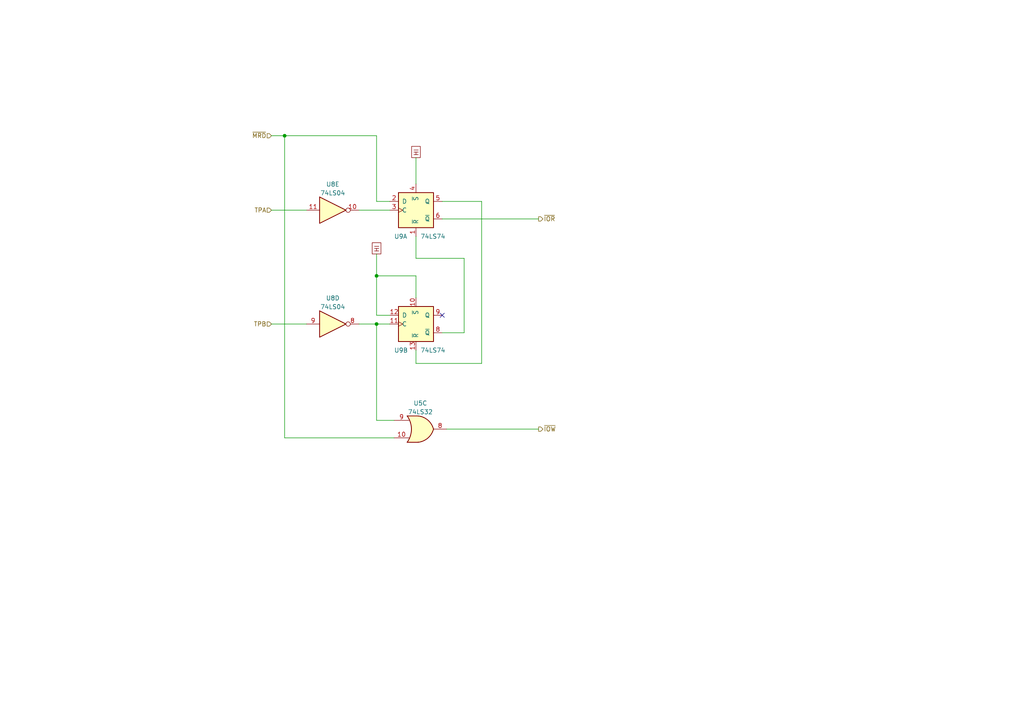
<source format=kicad_sch>
(kicad_sch (version 20230121) (generator eeschema)
  (paper "A4")
  (lib_symbols
    (symbol "74xx:74LS04"
      (property "Reference" "U" (at 0 1.27 0))
      (property "Value" "74LS04" (at 0 -1.27 0))
      (symbol "74LS04_1_0"
        (polyline (pts (xy -3.81 3.81) (xy -3.81 -3.81) (xy 3.81 0) (xy -3.81 3.81)) (stroke (width 0.254)) (fill (type background)))
        (pin input line (at -7.62 0 0) (length 3.81) (name "~") (number "1"))
        (pin output inverted (at 7.62 0 180) (length 3.81) (name "~") (number "2"))
      )
      (symbol "74LS04_2_0"
        (polyline (pts (xy -3.81 3.81) (xy -3.81 -3.81) (xy 3.81 0) (xy -3.81 3.81)) (stroke (width 0.254)) (fill (type background)))
        (pin input line (at -7.62 0 0) (length 3.81) (name "~") (number "3"))
        (pin output inverted (at 7.62 0 180) (length 3.81) (name "~") (number "4"))
      )
      (symbol "74LS04_3_0"
        (polyline (pts (xy -3.81 3.81) (xy -3.81 -3.81) (xy 3.81 0) (xy -3.81 3.81)) (stroke (width 0.254)) (fill (type background)))
        (pin input line (at -7.62 0 0) (length 3.81) (name "~") (number "5"))
        (pin output inverted (at 7.62 0 180) (length 3.81) (name "~") (number "6"))
      )
      (symbol "74LS04_4_0"
        (polyline (pts (xy -3.81 3.81) (xy -3.81 -3.81) (xy 3.81 0) (xy -3.81 3.81)) (stroke (width 0.254)) (fill (type background)))
        (pin output inverted (at 7.62 0 180) (length 3.81) (name "~") (number "8"))
        (pin input line (at -7.62 0 0) (length 3.81) (name "~") (number "9"))
      )
      (symbol "74LS04_5_0"
        (polyline (pts (xy -3.81 3.81) (xy -3.81 -3.81) (xy 3.81 0) (xy -3.81 3.81)) (stroke (width 0.254)) (fill (type background)))
        (pin output inverted (at 7.62 0 180) (length 3.81) (name "~") (number "10"))
        (pin input line (at -7.62 0 0) (length 3.81) (name "~") (number "11"))
      )
      (symbol "74LS04_6_0"
        (polyline (pts (xy -3.81 3.81) (xy -3.81 -3.81) (xy 3.81 0) (xy -3.81 3.81)) (stroke (width 0.254)) (fill (type background)))
        (pin output inverted (at 7.62 0 180) (length 3.81) (name "~") (number "12"))
        (pin input line (at -7.62 0 0) (length 3.81) (name "~") (number "13"))
      )
      (symbol "74LS04_7_0"
        (pin power_in line (at 0 12.7 270) (length 5.08) (name "VCC") (number "14"))
        (pin power_in line (at 0 -12.7 90) (length 5.08) (name "GND") (number "7"))
      )
      (symbol "74LS04_7_1"
        (rectangle (start -5.08 7.62) (end 5.08 -7.62) (stroke (width 0.254)) (fill (type background)))
      )
    )
    (symbol "74xx:74LS32" (pin_names (offset 1.016))
      (property "Reference" "U" (at 0 1.27 0))
      (property "Value" "74LS32" (at 0 -1.27 0))
      (symbol "74LS32_1_1"
        (arc (start -3.81 -3.81) (mid -2.589 0) (end -3.81 3.81) (stroke (width 0.254)))
        (arc (start -0.6096 -3.81) (mid 2.1842 -2.5851) (end 3.81 0) (stroke (width 0.254)) (fill (type background)))
        (polyline (pts (xy -3.81 -3.81) (xy -0.635 -3.81)) (stroke (width 0.254)) (fill (type background)))
        (polyline (pts (xy -3.81 3.81) (xy -0.635 3.81)) (stroke (width 0.254)) (fill (type background)))
        (polyline (pts (xy -0.635 3.81) (xy -3.81 3.81) (xy -3.81 3.81) (xy -3.556 3.4036) (xy -3.0226 2.2606) (xy -2.6924 1.0414) (xy -2.6162 -0.254) (xy -2.7686 -1.4986) (xy -3.175 -2.7178) (xy -3.81 -3.81) (xy -3.81 -3.81) (xy -0.635 -3.81)) (stroke (width -25.4)) (fill (type background)))
        (arc (start 3.81 0) (mid 2.1915 2.5936) (end -0.6096 3.81) (stroke (width 0.254)) (fill (type background)))
        (pin input line (at -7.62 2.54 0) (length 4.318) (name "~") (number "1"))
        (pin input line (at -7.62 -2.54 0) (length 4.318) (name "~") (number "2"))
        (pin output line (at 7.62 0 180) (length 3.81) (name "~") (number "3"))
      )
      (symbol "74LS32_1_2"
        (arc (start 0 -3.81) (mid 3.7934 0) (end 0 3.81) (stroke (width 0.254)) (fill (type background)))
        (polyline (pts (xy 0 3.81) (xy -3.81 3.81) (xy -3.81 -3.81) (xy 0 -3.81)) (stroke (width 0.254)) (fill (type background)))
        (pin input inverted (at -7.62 2.54 0) (length 3.81) (name "~") (number "1"))
        (pin input inverted (at -7.62 -2.54 0) (length 3.81) (name "~") (number "2"))
        (pin output inverted (at 7.62 0 180) (length 3.81) (name "~") (number "3"))
      )
      (symbol "74LS32_2_1"
        (arc (start -3.81 -3.81) (mid -2.589 0) (end -3.81 3.81) (stroke (width 0.254)))
        (arc (start -0.6096 -3.81) (mid 2.1842 -2.5851) (end 3.81 0) (stroke (width 0.254)) (fill (type background)))
        (polyline (pts (xy -3.81 -3.81) (xy -0.635 -3.81)) (stroke (width 0.254)) (fill (type background)))
        (polyline (pts (xy -3.81 3.81) (xy -0.635 3.81)) (stroke (width 0.254)) (fill (type background)))
        (polyline (pts (xy -0.635 3.81) (xy -3.81 3.81) (xy -3.81 3.81) (xy -3.556 3.4036) (xy -3.0226 2.2606) (xy -2.6924 1.0414) (xy -2.6162 -0.254) (xy -2.7686 -1.4986) (xy -3.175 -2.7178) (xy -3.81 -3.81) (xy -3.81 -3.81) (xy -0.635 -3.81)) (stroke (width -25.4)) (fill (type background)))
        (arc (start 3.81 0) (mid 2.1915 2.5936) (end -0.6096 3.81) (stroke (width 0.254)) (fill (type background)))
        (pin input line (at -7.62 2.54 0) (length 4.318) (name "~") (number "4"))
        (pin input line (at -7.62 -2.54 0) (length 4.318) (name "~") (number "5"))
        (pin output line (at 7.62 0 180) (length 3.81) (name "~") (number "6"))
      )
      (symbol "74LS32_2_2"
        (arc (start 0 -3.81) (mid 3.7934 0) (end 0 3.81) (stroke (width 0.254)) (fill (type background)))
        (polyline (pts (xy 0 3.81) (xy -3.81 3.81) (xy -3.81 -3.81) (xy 0 -3.81)) (stroke (width 0.254)) (fill (type background)))
        (pin input inverted (at -7.62 2.54 0) (length 3.81) (name "~") (number "4"))
        (pin input inverted (at -7.62 -2.54 0) (length 3.81) (name "~") (number "5"))
        (pin output inverted (at 7.62 0 180) (length 3.81) (name "~") (number "6"))
      )
      (symbol "74LS32_3_1"
        (arc (start -3.81 -3.81) (mid -2.589 0) (end -3.81 3.81) (stroke (width 0.254)))
        (arc (start -0.6096 -3.81) (mid 2.1842 -2.5851) (end 3.81 0) (stroke (width 0.254)) (fill (type background)))
        (polyline (pts (xy -3.81 -3.81) (xy -0.635 -3.81)) (stroke (width 0.254)) (fill (type background)))
        (polyline (pts (xy -3.81 3.81) (xy -0.635 3.81)) (stroke (width 0.254)) (fill (type background)))
        (polyline (pts (xy -0.635 3.81) (xy -3.81 3.81) (xy -3.81 3.81) (xy -3.556 3.4036) (xy -3.0226 2.2606) (xy -2.6924 1.0414) (xy -2.6162 -0.254) (xy -2.7686 -1.4986) (xy -3.175 -2.7178) (xy -3.81 -3.81) (xy -3.81 -3.81) (xy -0.635 -3.81)) (stroke (width -25.4)) (fill (type background)))
        (arc (start 3.81 0) (mid 2.1915 2.5936) (end -0.6096 3.81) (stroke (width 0.254)) (fill (type background)))
        (pin input line (at -7.62 -2.54 0) (length 4.318) (name "~") (number "10"))
        (pin output line (at 7.62 0 180) (length 3.81) (name "~") (number "8"))
        (pin input line (at -7.62 2.54 0) (length 4.318) (name "~") (number "9"))
      )
      (symbol "74LS32_3_2"
        (arc (start 0 -3.81) (mid 3.7934 0) (end 0 3.81) (stroke (width 0.254)) (fill (type background)))
        (polyline (pts (xy 0 3.81) (xy -3.81 3.81) (xy -3.81 -3.81) (xy 0 -3.81)) (stroke (width 0.254)) (fill (type background)))
        (pin input inverted (at -7.62 -2.54 0) (length 3.81) (name "~") (number "10"))
        (pin output inverted (at 7.62 0 180) (length 3.81) (name "~") (number "8"))
        (pin input inverted (at -7.62 2.54 0) (length 3.81) (name "~") (number "9"))
      )
      (symbol "74LS32_4_1"
        (arc (start -3.81 -3.81) (mid -2.589 0) (end -3.81 3.81) (stroke (width 0.254)))
        (arc (start -0.6096 -3.81) (mid 2.1842 -2.5851) (end 3.81 0) (stroke (width 0.254)) (fill (type background)))
        (polyline (pts (xy -3.81 -3.81) (xy -0.635 -3.81)) (stroke (width 0.254)) (fill (type background)))
        (polyline (pts (xy -3.81 3.81) (xy -0.635 3.81)) (stroke (width 0.254)) (fill (type background)))
        (polyline (pts (xy -0.635 3.81) (xy -3.81 3.81) (xy -3.81 3.81) (xy -3.556 3.4036) (xy -3.0226 2.2606) (xy -2.6924 1.0414) (xy -2.6162 -0.254) (xy -2.7686 -1.4986) (xy -3.175 -2.7178) (xy -3.81 -3.81) (xy -3.81 -3.81) (xy -0.635 -3.81)) (stroke (width -25.4)) (fill (type background)))
        (arc (start 3.81 0) (mid 2.1915 2.5936) (end -0.6096 3.81) (stroke (width 0.254)) (fill (type background)))
        (pin output line (at 7.62 0 180) (length 3.81) (name "~") (number "11"))
        (pin input line (at -7.62 2.54 0) (length 4.318) (name "~") (number "12"))
        (pin input line (at -7.62 -2.54 0) (length 4.318) (name "~") (number "13"))
      )
      (symbol "74LS32_4_2"
        (arc (start 0 -3.81) (mid 3.7934 0) (end 0 3.81) (stroke (width 0.254)) (fill (type background)))
        (polyline (pts (xy 0 3.81) (xy -3.81 3.81) (xy -3.81 -3.81) (xy 0 -3.81)) (stroke (width 0.254)) (fill (type background)))
        (pin output inverted (at 7.62 0 180) (length 3.81) (name "~") (number "11"))
        (pin input inverted (at -7.62 2.54 0) (length 3.81) (name "~") (number "12"))
        (pin input inverted (at -7.62 -2.54 0) (length 3.81) (name "~") (number "13"))
      )
      (symbol "74LS32_5_0"
        (pin power_in line (at 0 12.7 270) (length 5.08) (name "VCC") (number "14"))
        (pin power_in line (at 0 -12.7 90) (length 5.08) (name "GND") (number "7"))
      )
      (symbol "74LS32_5_1"
        (rectangle (start -5.08 7.62) (end 5.08 -7.62) (stroke (width 0.254)) (fill (type background)))
      )
    )
    (symbol "74xx:74LS74" (pin_names (offset 1.016))
      (property "Reference" "U" (at -7.62 8.89 0))
      (property "Value" "74LS74" (at -7.62 -8.89 0))
      (symbol "74LS74_1_0"
        (pin input line (at 0 -7.62 90) (length 2.54) (name "~{R}") (number "1"))
        (pin input line (at -7.62 2.54 0) (length 2.54) (name "D") (number "2"))
        (pin input clock (at -7.62 0 0) (length 2.54) (name "C") (number "3"))
        (pin input line (at 0 7.62 270) (length 2.54) (name "~{S}") (number "4"))
        (pin output line (at 7.62 2.54 180) (length 2.54) (name "Q") (number "5"))
        (pin output line (at 7.62 -2.54 180) (length 2.54) (name "~{Q}") (number "6"))
      )
      (symbol "74LS74_1_1"
        (rectangle (start -5.08 5.08) (end 5.08 -5.08) (stroke (width 0.254)) (fill (type background)))
      )
      (symbol "74LS74_2_0"
        (pin input line (at 0 7.62 270) (length 2.54) (name "~{S}") (number "10"))
        (pin input clock (at -7.62 0 0) (length 2.54) (name "C") (number "11"))
        (pin input line (at -7.62 2.54 0) (length 2.54) (name "D") (number "12"))
        (pin input line (at 0 -7.62 90) (length 2.54) (name "~{R}") (number "13"))
        (pin output line (at 7.62 -2.54 180) (length 2.54) (name "~{Q}") (number "8"))
        (pin output line (at 7.62 2.54 180) (length 2.54) (name "Q") (number "9"))
      )
      (symbol "74LS74_2_1"
        (rectangle (start -5.08 5.08) (end 5.08 -5.08) (stroke (width 0.254)) (fill (type background)))
      )
      (symbol "74LS74_3_0"
        (pin power_in line (at 0 10.16 270) (length 2.54) (name "VCC") (number "14"))
        (pin power_in line (at 0 -10.16 90) (length 2.54) (name "GND") (number "7"))
      )
      (symbol "74LS74_3_1"
        (rectangle (start -5.08 7.62) (end 5.08 -7.62) (stroke (width 0.254)) (fill (type background)))
      )
    )
  )
  (junction (at 82.55 39.37))
  (junction (at 109.22 80.01))
  (junction (at 109.22 93.98))
  (no_connect (at 128.27 91.44))
  (wire (pts (xy 109.22 121.92) (xy 114.3 121.92)))
  (wire (pts (xy 120.65 80.01) (xy 109.22 80.01)))
  (wire (pts (xy 82.55 39.37) (xy 109.22 39.37)))
  (wire (pts (xy 134.62 74.93) (xy 134.62 96.52)))
  (wire (pts (xy 120.65 68.58) (xy 120.65 74.93)))
  (wire (pts (xy 120.65 101.6) (xy 120.65 105.41)))
  (wire (pts (xy 139.7 105.41) (xy 139.7 58.42)))
  (wire (pts (xy 109.22 93.98) (xy 113.03 93.98)))
  (wire (pts (xy 129.54 124.46) (xy 156.21 124.46)))
  (wire (pts (xy 128.27 58.42) (xy 139.7 58.42)))
  (wire (pts (xy 104.14 93.98) (xy 109.22 93.98)))
  (wire (pts (xy 109.22 80.01) (xy 109.22 91.44)))
  (wire (pts (xy 120.65 74.93) (xy 134.62 74.93)))
  (wire (pts (xy 109.22 39.37) (xy 109.22 58.42)))
  (wire (pts (xy 82.55 127) (xy 114.3 127)))
  (wire (pts (xy 78.74 93.98) (xy 88.9 93.98)))
  (wire (pts (xy 82.55 39.37) (xy 82.55 127)))
  (wire (pts (xy 109.22 93.98) (xy 109.22 121.92)))
  (wire (pts (xy 109.22 73.66) (xy 109.22 80.01)))
  (wire (pts (xy 78.74 60.96) (xy 88.9 60.96)))
  (wire (pts (xy 109.22 91.44) (xy 113.03 91.44)))
  (wire (pts (xy 120.65 80.01) (xy 120.65 86.36)))
  (wire (pts (xy 104.14 60.96) (xy 113.03 60.96)))
  (wire (pts (xy 120.65 105.41) (xy 139.7 105.41)))
  (wire (pts (xy 134.62 96.52) (xy 128.27 96.52)))
  (wire (pts (xy 128.27 63.5) (xy 156.21 63.5)))
  (wire (pts (xy 120.65 45.72) (xy 120.65 53.34)))
  (wire (pts (xy 109.22 58.42) (xy 113.03 58.42)))
  (wire (pts (xy 78.74 39.37) (xy 82.55 39.37)))
  (global_label "HI" (shape passive) (at 120.65 45.72 90) (property "Intersheetrefs" "${INTERSHEET_REFS}" (effects hide)))
  (global_label "HI" (shape passive) (at 109.22 73.66 90) (property "Intersheetrefs" "${INTERSHEET_REFS}" (effects hide)))
  (hierarchical_label "~{MRD}" (shape input) (at 78.74 39.37 180))
  (hierarchical_label "~{IOR}" (shape output) (at 156.21 63.5 0))
  (hierarchical_label "TPA" (shape input) (at 78.74 60.96 180))
  (hierarchical_label "~{IOW}" (shape output) (at 156.21 124.46 0))
  (hierarchical_label "TPB" (shape input) (at 78.74 93.98 180))
  (symbol (lib_id "74xx:74LS74") (at 120.65 60.96 0) (unit 1)
    (property "Reference" "U9" (at 114.3 68.58 0) (effects (justify left)))
    (property "Value" "74LS74" (at 121.92 68.58 0) (effects (justify left)))
    (property "Footprint" "Package_DIP:DIP-14_W7.62mm" (effects hide))
    (property "Datasheet" "74xx/74hc_hct74.pdf" (effects hide))
  )
  (symbol (lib_id "74xx:74LS04") (at 96.52 60.96 0) (unit 5)
    (property "Reference" "U8" (at 96.52 53.4502 0))
    (property "Value" "74LS04" (at 96.52 55.9871 0))
    (property "Footprint" "Package_DIP:DIP-14_W7.62mm" (effects hide))
    (property "Datasheet" "http://www.ti.com/lit/gpn/sn74LS04" (effects hide))
  )
  (symbol (lib_id "74xx:74LS74") (at 120.65 93.98 0) (unit 2)
    (property "Reference" "U9" (at 114.3 101.6 0) (effects (justify left)))
    (property "Value" "74LS74" (at 121.92 101.6 0) (effects (justify left)))
    (property "Footprint" "Package_DIP:DIP-14_W7.62mm" (effects hide))
    (property "Datasheet" "74xx/74hc_hct74.pdf" (effects hide))
  )
  (symbol (lib_id "74xx:74LS32") (at 121.92 124.46 0) (unit 3)
    (property "Reference" "U5" (at 121.92 116.9502 0))
    (property "Value" "74LS32" (at 121.92 119.4871 0))
    (property "Footprint" "Package_DIP:DIP-14_W7.62mm" (effects hide))
    (property "Datasheet" "http://www.ti.com/lit/gpn/sn74LS32" (effects hide))
  )
  (symbol (lib_id "74xx:74LS04") (at 96.52 93.98 0) (unit 4)
    (property "Reference" "U8" (at 96.52 86.4702 0))
    (property "Value" "74LS04" (at 96.52 89.0071 0))
    (property "Footprint" "Package_DIP:DIP-14_W7.62mm" (effects hide))
    (property "Datasheet" "http://www.ti.com/lit/gpn/sn74LS04" (effects hide))
  )
)
</source>
